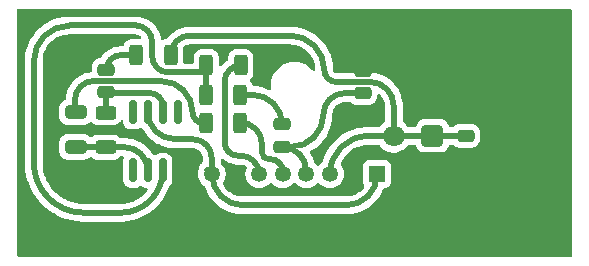
<source format=gbr>
%TF.GenerationSoftware,KiCad,Pcbnew,9.0.4*%
%TF.CreationDate,2025-11-18T22:26:02-03:00*%
%TF.ProjectId,MXRpedal,4d585270-6564-4616-9c2e-6b696361645f,rev?*%
%TF.SameCoordinates,Original*%
%TF.FileFunction,Copper,L1,Top*%
%TF.FilePolarity,Positive*%
%FSLAX46Y46*%
G04 Gerber Fmt 4.6, Leading zero omitted, Abs format (unit mm)*
G04 Created by KiCad (PCBNEW 9.0.4) date 2025-11-18 22:26:02*
%MOMM*%
%LPD*%
G01*
G04 APERTURE LIST*
G04 Aperture macros list*
%AMRoundRect*
0 Rectangle with rounded corners*
0 $1 Rounding radius*
0 $2 $3 $4 $5 $6 $7 $8 $9 X,Y pos of 4 corners*
0 Add a 4 corners polygon primitive as box body*
4,1,4,$2,$3,$4,$5,$6,$7,$8,$9,$2,$3,0*
0 Add four circle primitives for the rounded corners*
1,1,$1+$1,$2,$3*
1,1,$1+$1,$4,$5*
1,1,$1+$1,$6,$7*
1,1,$1+$1,$8,$9*
0 Add four rect primitives between the rounded corners*
20,1,$1+$1,$2,$3,$4,$5,0*
20,1,$1+$1,$4,$5,$6,$7,0*
20,1,$1+$1,$6,$7,$8,$9,0*
20,1,$1+$1,$8,$9,$2,$3,0*%
G04 Aperture macros list end*
%TA.AperFunction,ComponentPad*%
%ADD10R,1.000000X1.000000*%
%TD*%
%TA.AperFunction,ComponentPad*%
%ADD11RoundRect,0.250000X0.650000X-0.650000X0.650000X0.650000X-0.650000X0.650000X-0.650000X-0.650000X0*%
%TD*%
%TA.AperFunction,ComponentPad*%
%ADD12C,1.800000*%
%TD*%
%TA.AperFunction,SMDPad,CuDef*%
%ADD13RoundRect,0.250000X0.625000X-0.312500X0.625000X0.312500X-0.625000X0.312500X-0.625000X-0.312500X0*%
%TD*%
%TA.AperFunction,ComponentPad*%
%ADD14R,1.350000X1.350000*%
%TD*%
%TA.AperFunction,ComponentPad*%
%ADD15C,1.350000*%
%TD*%
%TA.AperFunction,SMDPad,CuDef*%
%ADD16RoundRect,0.250000X0.312500X0.625000X-0.312500X0.625000X-0.312500X-0.625000X0.312500X-0.625000X0*%
%TD*%
%TA.AperFunction,SMDPad,CuDef*%
%ADD17RoundRect,0.250000X0.475000X-0.250000X0.475000X0.250000X-0.475000X0.250000X-0.475000X-0.250000X0*%
%TD*%
%TA.AperFunction,SMDPad,CuDef*%
%ADD18RoundRect,0.250000X-0.650000X0.325000X-0.650000X-0.325000X0.650000X-0.325000X0.650000X0.325000X0*%
%TD*%
%TA.AperFunction,SMDPad,CuDef*%
%ADD19RoundRect,0.150000X0.150000X-0.825000X0.150000X0.825000X-0.150000X0.825000X-0.150000X-0.825000X0*%
%TD*%
%TA.AperFunction,SMDPad,CuDef*%
%ADD20RoundRect,0.250000X-0.475000X0.250000X-0.475000X-0.250000X0.475000X-0.250000X0.475000X0.250000X0*%
%TD*%
%TA.AperFunction,ComponentPad*%
%ADD21RoundRect,0.250000X-0.650000X0.650000X-0.650000X-0.650000X0.650000X-0.650000X0.650000X0.650000X0*%
%TD*%
%TA.AperFunction,SMDPad,CuDef*%
%ADD22RoundRect,0.250000X-0.312500X-0.625000X0.312500X-0.625000X0.312500X0.625000X-0.312500X0.625000X0*%
%TD*%
%TA.AperFunction,Conductor*%
%ADD23C,0.500000*%
%TD*%
G04 APERTURE END LIST*
D10*
%TO.P,,1*%
%TO.N,GND*%
X105425000Y-79425000D03*
%TD*%
D11*
%TO.P,D1,1,K*%
%TO.N,DistOut*%
X119175000Y-86260000D03*
D12*
%TO.P,D1,2,A*%
%TO.N,GND*%
X119175000Y-78640000D03*
%TD*%
D13*
%TO.P,R3,1*%
%TO.N,Net-(U1--)*%
X91500000Y-87225000D03*
%TO.P,R3,2*%
%TO.N,Net-(C4-Pad1)*%
X91500000Y-84300000D03*
%TD*%
D14*
%TO.P,J2,1,Pin_1*%
%TO.N,9V*%
X114500000Y-89500000D03*
D15*
%TO.P,J2,2,Pin_2*%
%TO.N,GND*%
X112500000Y-89500000D03*
%TO.P,J2,3,Pin_3*%
%TO.N,DistOut*%
X110500000Y-89500000D03*
%TO.P,J2,4,Pin_4*%
%TO.N,DistIn*%
X108500000Y-89500000D03*
%TO.P,J2,5,Pin_5*%
%TO.N,potDist*%
X106500000Y-89500000D03*
%TO.P,J2,6,Pin_6*%
%TO.N,4.5V*%
X104500000Y-89500000D03*
%TO.P,J2,7,Pin_7*%
%TO.N,GND*%
X102500000Y-89500000D03*
%TO.P,J2,8,Pin_8*%
%TO.N,9V*%
X100500000Y-89500000D03*
%TD*%
D16*
%TO.P,R1,1*%
%TO.N,Net-(C2-Pad2)*%
X102912500Y-82800000D03*
%TO.P,R1,2*%
%TO.N,Net-(U1-+)*%
X99987500Y-82800000D03*
%TD*%
D17*
%TO.P,C2,1*%
%TO.N,DistIn*%
X106450000Y-87200000D03*
%TO.P,C2,2*%
%TO.N,Net-(C2-Pad2)*%
X106450000Y-85300000D03*
%TD*%
D10*
%TO.P,,1*%
%TO.N,GND*%
X90375000Y-89100000D03*
%TD*%
D17*
%TO.P,C4,1*%
%TO.N,Net-(C4-Pad1)*%
X91575000Y-82575000D03*
%TO.P,C4,2*%
%TO.N,Net-(C4-Pad2)*%
X91575000Y-80675000D03*
%TD*%
D18*
%TO.P,C3,1*%
%TO.N,Net-(C3-Pad1)*%
X88975000Y-84250000D03*
%TO.P,C3,2*%
%TO.N,Net-(U1--)*%
X88975000Y-87200000D03*
%TD*%
D17*
%TO.P,C1,1*%
%TO.N,DistIn*%
X113275000Y-82650000D03*
%TO.P,C1,2*%
%TO.N,GND*%
X113275000Y-80750000D03*
%TD*%
D10*
%TO.P,,1*%
%TO.N,GND*%
X117725000Y-88875000D03*
%TD*%
D16*
%TO.P,R4,1*%
%TO.N,potDist*%
X102912500Y-85150000D03*
%TO.P,R4,2*%
%TO.N,Net-(C3-Pad1)*%
X99987500Y-85150000D03*
%TD*%
D10*
%TO.P,,1*%
%TO.N,GND*%
X110975000Y-78250000D03*
%TD*%
D19*
%TO.P,U1,1,NULL*%
%TO.N,unconnected-(U1-NULL-Pad1)*%
X93805000Y-89200000D03*
%TO.P,U1,2,-*%
%TO.N,Net-(U1--)*%
X95075000Y-89200000D03*
%TO.P,U1,3,+*%
%TO.N,Net-(U1-+)*%
X96345000Y-89200000D03*
%TO.P,U1,4,V-*%
%TO.N,GND*%
X97615000Y-89200000D03*
%TO.P,U1,5,NULL*%
%TO.N,unconnected-(U1-NULL-Pad5)*%
X97615000Y-84250000D03*
%TO.P,U1,6*%
%TO.N,Net-(C4-Pad1)*%
X96345000Y-84250000D03*
%TO.P,U1,7,V+*%
%TO.N,9V*%
X95075000Y-84250000D03*
%TO.P,U1,8,NC*%
%TO.N,unconnected-(U1-NC-Pad8)*%
X93805000Y-84250000D03*
%TD*%
D10*
%TO.P,,1*%
%TO.N,GND*%
X89250000Y-94675000D03*
%TD*%
%TO.P,,1*%
%TO.N,GND*%
X113100000Y-84925000D03*
%TD*%
D20*
%TO.P,C5,1*%
%TO.N,GND*%
X121975000Y-84360000D03*
%TO.P,C5,2*%
%TO.N,DistOut*%
X121975000Y-86260000D03*
%TD*%
D21*
%TO.P,D2,1,K*%
%TO.N,GND*%
X115900000Y-78665000D03*
D12*
%TO.P,D2,2,A*%
%TO.N,DistOut*%
X115900000Y-86285000D03*
%TD*%
D16*
%TO.P,R2,1*%
%TO.N,4.5V*%
X102950000Y-80300000D03*
%TO.P,R2,2*%
%TO.N,Net-(U1-+)*%
X100025000Y-80300000D03*
%TD*%
D22*
%TO.P,R5,1*%
%TO.N,Net-(C4-Pad2)*%
X94087500Y-79425000D03*
%TO.P,R5,2*%
%TO.N,DistOut*%
X97012500Y-79425000D03*
%TD*%
D23*
%TO.N,DistIn*%
X106450000Y-87200000D02*
X107200000Y-87200000D01*
X108450000Y-89450000D02*
X108500000Y-89500000D01*
X108600000Y-89400000D02*
X108500000Y-89500000D01*
X108500000Y-89500000D02*
X108550000Y-89450000D01*
X108500000Y-89500000D02*
X108500000Y-89250000D01*
X111750000Y-82650000D02*
X113275000Y-82650000D01*
X108500000Y-89250000D02*
G75*
G03*
X106450000Y-87200000I-2050000J0D01*
G01*
X109950000Y-84450000D02*
G75*
G02*
X111750000Y-82650000I1800000J0D01*
G01*
X107200000Y-87200000D02*
G75*
G03*
X109950000Y-84450000I0J2750000D01*
G01*
%TO.N,Net-(C2-Pad2)*%
X103950000Y-82800000D02*
X102912500Y-82800000D01*
X106450000Y-85300000D02*
G75*
G03*
X103950000Y-82800000I-2500000J0D01*
G01*
%TO.N,Net-(U1--)*%
X91475000Y-87200000D02*
X91500000Y-87225000D01*
X88975000Y-87200000D02*
X91475000Y-87200000D01*
X91500000Y-87225000D02*
X93100000Y-87225000D01*
X93100000Y-87225000D02*
G75*
G02*
X95075000Y-89200000I0J-1975000D01*
G01*
%TO.N,Net-(C3-Pad1)*%
X99725000Y-85150000D02*
X99987500Y-85150000D01*
X88900000Y-84175000D02*
X88900000Y-83225000D01*
X90500000Y-81625000D02*
X96200000Y-81625000D01*
X88900000Y-83225000D02*
G75*
G02*
X90500000Y-81625000I1600000J0D01*
G01*
X98875000Y-84300000D02*
G75*
G03*
X99725000Y-85150000I850000J0D01*
G01*
X96200000Y-81625000D02*
G75*
G02*
X98875000Y-84300000I0J-2675000D01*
G01*
X88975000Y-84250000D02*
G75*
G02*
X88900000Y-84175000I0J75000D01*
G01*
%TO.N,Net-(C4-Pad1)*%
X95275000Y-82650000D02*
X91650000Y-82650000D01*
X91500000Y-82650000D02*
X91500000Y-84300000D01*
X96345000Y-84250000D02*
X96345000Y-83720000D01*
X96345000Y-83720000D02*
G75*
G03*
X95275000Y-82650000I-1070000J0D01*
G01*
X91650000Y-82650000D02*
G75*
G02*
X91575000Y-82575000I0J75000D01*
G01*
X91575000Y-82575000D02*
G75*
G03*
X91500000Y-82650000I0J-75000D01*
G01*
%TO.N,Net-(C4-Pad2)*%
X92825000Y-79425000D02*
X94087500Y-79425000D01*
X91575000Y-80675000D02*
G75*
G02*
X92825000Y-79425000I1250000J0D01*
G01*
%TO.N,DistOut*%
X113715000Y-86285000D02*
X115900000Y-86285000D01*
X121975000Y-86260000D02*
X119175000Y-86260000D01*
X119150000Y-86285000D02*
X119175000Y-86260000D01*
X115900000Y-86285000D02*
X119150000Y-86285000D01*
X115900000Y-83725000D02*
X115900000Y-86285000D01*
X111024988Y-81700000D02*
X113875000Y-81700000D01*
X98662500Y-77775000D02*
X107100022Y-77775000D01*
X113875000Y-81700000D02*
G75*
G02*
X115900000Y-83725000I0J-2025000D01*
G01*
X110025000Y-80700000D02*
G75*
G03*
X111024988Y-81700000I1000000J0D01*
G01*
X97012500Y-79425000D02*
G75*
G02*
X98662500Y-77775000I1650000J0D01*
G01*
X107100022Y-77775000D02*
G75*
G02*
X110025000Y-80700000I-22J-2925000D01*
G01*
X110500000Y-89500000D02*
G75*
G02*
X113715000Y-86285000I3215000J0D01*
G01*
%TO.N,9V*%
X111850000Y-92150000D02*
X103150000Y-92150000D01*
X97375000Y-86550000D02*
X98875000Y-86550000D01*
X100125098Y-89124902D02*
X100125000Y-89125000D01*
X100500000Y-89500000D02*
X100500000Y-88175000D01*
X100500000Y-88175000D02*
G75*
G03*
X98875000Y-86550000I-1625000J0D01*
G01*
X114500000Y-89500000D02*
G75*
G02*
X111850000Y-92150000I-2650000J0D01*
G01*
X95075000Y-84250000D02*
G75*
G03*
X97375000Y-86550000I2300000J0D01*
G01*
X103150000Y-92150000D02*
G75*
G02*
X100500000Y-89500000I0J2650000D01*
G01*
%TO.N,4.5V*%
X101575000Y-86800000D02*
X101575000Y-81675000D01*
X102950006Y-87950000D02*
X102725000Y-87950000D01*
X104500000Y-89500000D02*
G75*
G03*
X102950006Y-87950000I-1550000J0D01*
G01*
X102725000Y-87950000D02*
G75*
G02*
X101575000Y-86800000I0J1150000D01*
G01*
X101575000Y-81675000D02*
G75*
G02*
X102950000Y-80300000I1375000J0D01*
G01*
%TO.N,potDist*%
X105475000Y-88250000D02*
X105300000Y-88250000D01*
X106525000Y-89475000D02*
X106500000Y-89500000D01*
X106500000Y-89500000D02*
X106500000Y-89275000D01*
X104750000Y-87700000D02*
X104750000Y-86987500D01*
X106500000Y-89275000D02*
G75*
G03*
X105475000Y-88250000I-1025000J0D01*
G01*
X104750000Y-86987500D02*
G75*
G03*
X102912500Y-85150000I-1837500J0D01*
G01*
X105300000Y-88250000D02*
G75*
G02*
X104750000Y-87700000I0J550000D01*
G01*
%TO.N,Net-(U1-+)*%
X99987500Y-80337500D02*
X100025000Y-80300000D01*
X92770000Y-92775000D02*
X89650000Y-92775000D01*
X99987500Y-82800000D02*
X99987500Y-80337500D01*
X85425000Y-88550000D02*
X85425000Y-79950000D01*
X96825000Y-80900000D02*
X99425000Y-80900000D01*
X88450000Y-76925000D02*
X94050000Y-76925000D01*
X95450000Y-78325000D02*
X95450000Y-79525000D01*
X99425000Y-80900000D02*
G75*
G03*
X100025000Y-80300000I0J600000D01*
G01*
X96345000Y-89200000D02*
G75*
G02*
X92770000Y-92775000I-3575000J0D01*
G01*
X89650000Y-92775000D02*
G75*
G02*
X85425000Y-88550000I0J4225000D01*
G01*
X95450000Y-79525000D02*
G75*
G03*
X96825000Y-80900000I1375000J0D01*
G01*
X94050000Y-76925000D02*
G75*
G02*
X95450000Y-78325000I0J-1400000D01*
G01*
X85425000Y-79950000D02*
G75*
G02*
X88450000Y-76925000I3025000J0D01*
G01*
%TD*%
%TA.AperFunction,Conductor*%
%TO.N,GND*%
G36*
X114705030Y-82763001D02*
G01*
X114768786Y-82817453D01*
X114782546Y-82831213D01*
X114832017Y-82889137D01*
X114899756Y-82968449D01*
X114911192Y-82984190D01*
X115005487Y-83138066D01*
X115014321Y-83155403D01*
X115083387Y-83322141D01*
X115089400Y-83340647D01*
X115131530Y-83516133D01*
X115134574Y-83535351D01*
X115149118Y-83720146D01*
X115149500Y-83729875D01*
X115149500Y-85035975D01*
X115129815Y-85103014D01*
X115098387Y-85136291D01*
X115019530Y-85193584D01*
X114987632Y-85216760D01*
X114831754Y-85372638D01*
X114775731Y-85449750D01*
X114756028Y-85476870D01*
X114751295Y-85483384D01*
X114695965Y-85526051D01*
X114650976Y-85534500D01*
X113793881Y-85534500D01*
X113715000Y-85534500D01*
X113531664Y-85534500D01*
X113465619Y-85540619D01*
X113166564Y-85568330D01*
X113166563Y-85568330D01*
X112806119Y-85635709D01*
X112453454Y-85736052D01*
X112111539Y-85868510D01*
X111783309Y-86031950D01*
X111471550Y-86224982D01*
X111178962Y-86445933D01*
X111178944Y-86445949D01*
X110907973Y-86692973D01*
X110660949Y-86963944D01*
X110660933Y-86963962D01*
X110439982Y-87256550D01*
X110246950Y-87568309D01*
X110083510Y-87896539D01*
X110022007Y-88055299D01*
X109953577Y-88231939D01*
X109951053Y-88238453D01*
X109951049Y-88238462D01*
X109888393Y-88458673D01*
X109851113Y-88517766D01*
X109842014Y-88525055D01*
X109734213Y-88603378D01*
X109603381Y-88734210D01*
X109600314Y-88738432D01*
X109544981Y-88781094D01*
X109475367Y-88787069D01*
X109413574Y-88754459D01*
X109399686Y-88738432D01*
X109396621Y-88734213D01*
X109265787Y-88603379D01*
X109194519Y-88551600D01*
X109151855Y-88496271D01*
X109146513Y-88478865D01*
X109146487Y-88478753D01*
X109145289Y-88473500D01*
X109041402Y-88176606D01*
X108904926Y-87893211D01*
X108794442Y-87717377D01*
X108775443Y-87650144D01*
X108795811Y-87583308D01*
X108840978Y-87542053D01*
X109001787Y-87456100D01*
X109287760Y-87265019D01*
X109553627Y-87046828D01*
X109796828Y-86803627D01*
X110015019Y-86537760D01*
X110206100Y-86251787D01*
X110368231Y-85948462D01*
X110499850Y-85630705D01*
X110599690Y-85301578D01*
X110666789Y-84964250D01*
X110700500Y-84621969D01*
X110700500Y-84455411D01*
X110700972Y-84444604D01*
X110712051Y-84317964D01*
X110715498Y-84278563D01*
X110719251Y-84257279D01*
X110724243Y-84238649D01*
X110760987Y-84101519D01*
X110768377Y-84081219D01*
X110836524Y-83935075D01*
X110847322Y-83916372D01*
X110939818Y-83784272D01*
X110953701Y-83767728D01*
X111067728Y-83653701D01*
X111084272Y-83639818D01*
X111216372Y-83547322D01*
X111235075Y-83536524D01*
X111381219Y-83468377D01*
X111401519Y-83460987D01*
X111557282Y-83419250D01*
X111578563Y-83415498D01*
X111744605Y-83400972D01*
X111755412Y-83400500D01*
X111828881Y-83400500D01*
X112187770Y-83400500D01*
X112254809Y-83420185D01*
X112275451Y-83436819D01*
X112331344Y-83492712D01*
X112480666Y-83584814D01*
X112647203Y-83639999D01*
X112749991Y-83650500D01*
X113800008Y-83650499D01*
X113800016Y-83650498D01*
X113800019Y-83650498D01*
X113866175Y-83643740D01*
X113902797Y-83639999D01*
X114069334Y-83584814D01*
X114218656Y-83492712D01*
X114342712Y-83368656D01*
X114434814Y-83219334D01*
X114489999Y-83052797D01*
X114500500Y-82950009D01*
X114500499Y-82857290D01*
X114520183Y-82790254D01*
X114572986Y-82744498D01*
X114642145Y-82734554D01*
X114705030Y-82763001D01*
G37*
%TD.AperFunction*%
%TA.AperFunction,Conductor*%
G36*
X107103751Y-78525725D02*
G01*
X107354638Y-78540903D01*
X107369498Y-78542707D01*
X107613032Y-78587338D01*
X107627565Y-78590921D01*
X107863946Y-78664582D01*
X107877933Y-78669887D01*
X108055917Y-78749992D01*
X108103708Y-78771501D01*
X108116965Y-78778458D01*
X108317727Y-78899825D01*
X108328847Y-78906547D01*
X108341169Y-78915053D01*
X108459904Y-79008076D01*
X108536065Y-79067745D01*
X108547272Y-79077674D01*
X108722335Y-79252738D01*
X108732265Y-79263946D01*
X108884958Y-79458846D01*
X108893460Y-79471164D01*
X109021549Y-79683051D01*
X109028502Y-79696298D01*
X109130118Y-79922081D01*
X109135427Y-79936082D01*
X109209080Y-80172444D01*
X109212664Y-80186982D01*
X109257293Y-80430515D01*
X109259098Y-80445380D01*
X109271473Y-80649965D01*
X109255872Y-80718071D01*
X109205927Y-80766930D01*
X109137495Y-80781031D01*
X109072303Y-80755897D01*
X109049327Y-80732943D01*
X109007282Y-80678149D01*
X109007276Y-80678143D01*
X109007273Y-80678139D01*
X108821860Y-80492726D01*
X108821851Y-80492718D01*
X108613803Y-80333075D01*
X108386700Y-80201958D01*
X108386690Y-80201953D01*
X108144428Y-80101605D01*
X108144421Y-80101603D01*
X108144419Y-80101602D01*
X107891116Y-80033730D01*
X107828605Y-80025500D01*
X107631127Y-79999500D01*
X107631120Y-79999500D01*
X107368880Y-79999500D01*
X107368872Y-79999500D01*
X107137772Y-80029926D01*
X107108884Y-80033730D01*
X106889405Y-80092539D01*
X106855581Y-80101602D01*
X106855571Y-80101605D01*
X106613309Y-80201953D01*
X106613299Y-80201958D01*
X106386196Y-80333075D01*
X106178148Y-80492718D01*
X105992718Y-80678148D01*
X105833075Y-80886196D01*
X105701958Y-81113299D01*
X105701953Y-81113309D01*
X105601605Y-81355571D01*
X105601602Y-81355581D01*
X105537422Y-81595108D01*
X105533730Y-81608885D01*
X105499500Y-81868872D01*
X105499500Y-82131113D01*
X105499501Y-82131130D01*
X105512644Y-82230963D01*
X105501878Y-82299998D01*
X105455498Y-82352254D01*
X105388229Y-82371139D01*
X105339270Y-82360428D01*
X105320911Y-82352254D01*
X105116474Y-82261232D01*
X105116469Y-82261230D01*
X105116466Y-82261229D01*
X104931096Y-82200999D01*
X104792446Y-82155949D01*
X104792443Y-82155948D01*
X104792442Y-82155948D01*
X104792441Y-82155947D01*
X104505109Y-82094873D01*
X104459188Y-82085113D01*
X104120351Y-82049500D01*
X104120346Y-82049500D01*
X104063585Y-82049500D01*
X103996546Y-82029815D01*
X103950791Y-81977011D01*
X103945879Y-81964504D01*
X103931404Y-81920821D01*
X103909814Y-81855666D01*
X103817712Y-81706344D01*
X103767799Y-81656431D01*
X103734314Y-81595108D01*
X103739298Y-81525416D01*
X103767799Y-81481069D01*
X103791025Y-81457843D01*
X103855212Y-81393656D01*
X103947314Y-81244334D01*
X104002499Y-81077797D01*
X104013000Y-80975009D01*
X104012999Y-79624992D01*
X104002499Y-79522203D01*
X103947314Y-79355666D01*
X103855212Y-79206344D01*
X103731156Y-79082288D01*
X103638388Y-79025069D01*
X103581836Y-78990187D01*
X103581831Y-78990185D01*
X103580362Y-78989698D01*
X103415297Y-78935001D01*
X103415295Y-78935000D01*
X103312510Y-78924500D01*
X102587498Y-78924500D01*
X102587480Y-78924501D01*
X102484703Y-78935000D01*
X102484700Y-78935001D01*
X102318168Y-78990185D01*
X102318163Y-78990187D01*
X102168842Y-79082289D01*
X102044789Y-79206342D01*
X101952687Y-79355663D01*
X101952685Y-79355668D01*
X101938489Y-79398510D01*
X101897501Y-79522203D01*
X101897501Y-79522204D01*
X101897500Y-79522204D01*
X101887000Y-79624983D01*
X101887000Y-79762815D01*
X101867315Y-79829854D01*
X101825001Y-79870201D01*
X101766614Y-79903911D01*
X101766593Y-79903925D01*
X101545554Y-80073533D01*
X101545547Y-80073539D01*
X101348539Y-80270547D01*
X101310375Y-80320284D01*
X101253947Y-80361486D01*
X101184201Y-80365641D01*
X101123280Y-80331428D01*
X101090528Y-80269711D01*
X101087999Y-80244797D01*
X101087999Y-79624998D01*
X101087998Y-79624981D01*
X101077499Y-79522203D01*
X101077498Y-79522200D01*
X101058460Y-79464748D01*
X101022314Y-79355666D01*
X100930212Y-79206344D01*
X100806156Y-79082288D01*
X100713388Y-79025069D01*
X100656836Y-78990187D01*
X100656831Y-78990185D01*
X100655362Y-78989698D01*
X100490297Y-78935001D01*
X100490295Y-78935000D01*
X100387510Y-78924500D01*
X99662498Y-78924500D01*
X99662480Y-78924501D01*
X99559703Y-78935000D01*
X99559700Y-78935001D01*
X99393168Y-78990185D01*
X99393163Y-78990187D01*
X99243842Y-79082289D01*
X99119789Y-79206342D01*
X99027687Y-79355663D01*
X99027685Y-79355668D01*
X99013489Y-79398510D01*
X98972501Y-79522203D01*
X98972501Y-79522204D01*
X98972500Y-79522204D01*
X98962000Y-79624983D01*
X98962000Y-80025500D01*
X98942315Y-80092539D01*
X98889511Y-80138294D01*
X98838000Y-80149500D01*
X98199500Y-80149500D01*
X98132461Y-80129815D01*
X98086706Y-80077011D01*
X98075500Y-80025500D01*
X98075499Y-78807357D01*
X98075984Y-78805704D01*
X98075543Y-78804037D01*
X98085794Y-78772294D01*
X98095184Y-78740318D01*
X98096655Y-78738664D01*
X98097016Y-78737549D01*
X98120834Y-78711504D01*
X98124214Y-78708730D01*
X98153327Y-78684838D01*
X98173527Y-78671340D01*
X98307514Y-78599722D01*
X98329951Y-78590428D01*
X98475338Y-78546326D01*
X98499162Y-78541587D01*
X98656439Y-78526097D01*
X98668593Y-78525500D01*
X98741381Y-78525500D01*
X107096264Y-78525500D01*
X107103751Y-78525725D01*
G37*
%TD.AperFunction*%
%TA.AperFunction,Conductor*%
G36*
X130942539Y-75520185D02*
G01*
X130988294Y-75572989D01*
X130999500Y-75624500D01*
X130999500Y-96375500D01*
X130979815Y-96442539D01*
X130927011Y-96488294D01*
X130875500Y-96499500D01*
X84124500Y-96499500D01*
X84057461Y-96479815D01*
X84011706Y-96427011D01*
X84000500Y-96375500D01*
X84000500Y-79764525D01*
X84674500Y-79764525D01*
X84674500Y-88755798D01*
X84708486Y-89165948D01*
X84708487Y-89165954D01*
X84774964Y-89564334D01*
X84776231Y-89571922D01*
X84877267Y-89970904D01*
X84877269Y-89970911D01*
X84877271Y-89970917D01*
X84985233Y-90285398D01*
X85010906Y-90360180D01*
X85176234Y-90737091D01*
X85176238Y-90737099D01*
X85176242Y-90737107D01*
X85372120Y-91099058D01*
X85432862Y-91192030D01*
X85576783Y-91412318D01*
X85597239Y-91443627D01*
X85597240Y-91443628D01*
X85850029Y-91768411D01*
X86128781Y-92071218D01*
X86407534Y-92327826D01*
X86431589Y-92349971D01*
X86756380Y-92602766D01*
X87015926Y-92772336D01*
X87100941Y-92827879D01*
X87387382Y-92982893D01*
X87462909Y-93023766D01*
X87839820Y-93189094D01*
X88229096Y-93322733D01*
X88628078Y-93423769D01*
X89034041Y-93491512D01*
X89034048Y-93491512D01*
X89034051Y-93491513D01*
X89304515Y-93513924D01*
X89444212Y-93525500D01*
X89444216Y-93525500D01*
X92969977Y-93525500D01*
X92969980Y-93525500D01*
X93219317Y-93502395D01*
X93368225Y-93488597D01*
X93368225Y-93488596D01*
X93368234Y-93488596D01*
X93761383Y-93415104D01*
X94146075Y-93305649D01*
X94519026Y-93161167D01*
X94877056Y-92982890D01*
X95217108Y-92772338D01*
X95536283Y-92531308D01*
X95831857Y-92261857D01*
X96101308Y-91966283D01*
X96342338Y-91647108D01*
X96552890Y-91307056D01*
X96731167Y-90949026D01*
X96873649Y-90581235D01*
X96901591Y-90538354D01*
X97013081Y-90426865D01*
X97096744Y-90285398D01*
X97142598Y-90127569D01*
X97145500Y-90090694D01*
X97145500Y-88309306D01*
X97142598Y-88272431D01*
X97140438Y-88264998D01*
X97101279Y-88130212D01*
X97096744Y-88114602D01*
X97013081Y-87973135D01*
X97013079Y-87973133D01*
X97013076Y-87973129D01*
X96896870Y-87856923D01*
X96896862Y-87856917D01*
X96755396Y-87773255D01*
X96755393Y-87773254D01*
X96597573Y-87727402D01*
X96597567Y-87727401D01*
X96560701Y-87724500D01*
X96560694Y-87724500D01*
X96129306Y-87724500D01*
X96129298Y-87724500D01*
X96092432Y-87727401D01*
X96092426Y-87727402D01*
X95934606Y-87773254D01*
X95934603Y-87773255D01*
X95793137Y-87856917D01*
X95786969Y-87861702D01*
X95785072Y-87859256D01*
X95736358Y-87885857D01*
X95666666Y-87880873D01*
X95634296Y-87860069D01*
X95633031Y-87861702D01*
X95626862Y-87856917D01*
X95485398Y-87773256D01*
X95485391Y-87773254D01*
X95453621Y-87764023D01*
X95394738Y-87726418D01*
X95383224Y-87710920D01*
X95369547Y-87689154D01*
X95326313Y-87620347D01*
X95326311Y-87620344D01*
X95326310Y-87620342D01*
X95135456Y-87381017D01*
X94918982Y-87164543D01*
X94679657Y-86973689D01*
X94679655Y-86973688D01*
X94420450Y-86810818D01*
X94144648Y-86677999D01*
X93855705Y-86576894D01*
X93855703Y-86576893D01*
X93591194Y-86516521D01*
X93557257Y-86508775D01*
X93557253Y-86508774D01*
X93557244Y-86508773D01*
X93253065Y-86474500D01*
X93253061Y-86474500D01*
X93173918Y-86474500D01*
X92799730Y-86474500D01*
X92732691Y-86454815D01*
X92712049Y-86438181D01*
X92593657Y-86319789D01*
X92593656Y-86319788D01*
X92480511Y-86250000D01*
X92444336Y-86227687D01*
X92444331Y-86227685D01*
X92436162Y-86224978D01*
X92277797Y-86172501D01*
X92277795Y-86172500D01*
X92175010Y-86162000D01*
X90824998Y-86162000D01*
X90824981Y-86162001D01*
X90722203Y-86172500D01*
X90722200Y-86172501D01*
X90555668Y-86227685D01*
X90555663Y-86227687D01*
X90406342Y-86319789D01*
X90356431Y-86369701D01*
X90295108Y-86403186D01*
X90225416Y-86398202D01*
X90181069Y-86369701D01*
X90093657Y-86282289D01*
X90093656Y-86282288D01*
X89944334Y-86190186D01*
X89777797Y-86135001D01*
X89777795Y-86135000D01*
X89675010Y-86124500D01*
X88274998Y-86124500D01*
X88274981Y-86124501D01*
X88172203Y-86135000D01*
X88172200Y-86135001D01*
X88005668Y-86190185D01*
X88005663Y-86190187D01*
X87856342Y-86282289D01*
X87732289Y-86406342D01*
X87640187Y-86555663D01*
X87640185Y-86555668D01*
X87616813Y-86626201D01*
X87585001Y-86722203D01*
X87585001Y-86722204D01*
X87585000Y-86722204D01*
X87574500Y-86824983D01*
X87574500Y-87575001D01*
X87574501Y-87575019D01*
X87585000Y-87677796D01*
X87585001Y-87677799D01*
X87640185Y-87844331D01*
X87640187Y-87844336D01*
X87657025Y-87871635D01*
X87732288Y-87993656D01*
X87856344Y-88117712D01*
X88005666Y-88209814D01*
X88172203Y-88264999D01*
X88274991Y-88275500D01*
X89675008Y-88275499D01*
X89777797Y-88264999D01*
X89944334Y-88209814D01*
X90093656Y-88117712D01*
X90156069Y-88055299D01*
X90217392Y-88021814D01*
X90287084Y-88026798D01*
X90331431Y-88055299D01*
X90406344Y-88130212D01*
X90555666Y-88222314D01*
X90722203Y-88277499D01*
X90824991Y-88288000D01*
X92175008Y-88287999D01*
X92277797Y-88277499D01*
X92444334Y-88222314D01*
X92593656Y-88130212D01*
X92712049Y-88011819D01*
X92738976Y-87997115D01*
X92764795Y-87980523D01*
X92770995Y-87979631D01*
X92773372Y-87978334D01*
X92799730Y-87975500D01*
X92928516Y-87975500D01*
X92995555Y-87995185D01*
X93041310Y-88047989D01*
X93051254Y-88117147D01*
X93047592Y-88134095D01*
X93007402Y-88272426D01*
X93007401Y-88272432D01*
X93004500Y-88309298D01*
X93004500Y-90090701D01*
X93007401Y-90127567D01*
X93007402Y-90127573D01*
X93053254Y-90285393D01*
X93053255Y-90285396D01*
X93136917Y-90426862D01*
X93136923Y-90426870D01*
X93253129Y-90543076D01*
X93253133Y-90543079D01*
X93253135Y-90543081D01*
X93394602Y-90626744D01*
X93436224Y-90638836D01*
X93552426Y-90672597D01*
X93552429Y-90672597D01*
X93552431Y-90672598D01*
X93589306Y-90675500D01*
X93589314Y-90675500D01*
X94020686Y-90675500D01*
X94020694Y-90675500D01*
X94057569Y-90672598D01*
X94057571Y-90672597D01*
X94057573Y-90672597D01*
X94136793Y-90649581D01*
X94215398Y-90626744D01*
X94356865Y-90543081D01*
X94356870Y-90543075D01*
X94363031Y-90538298D01*
X94364933Y-90540750D01*
X94413579Y-90514155D01*
X94483274Y-90519104D01*
X94515695Y-90539940D01*
X94516969Y-90538298D01*
X94523132Y-90543078D01*
X94523135Y-90543081D01*
X94664602Y-90626744D01*
X94706224Y-90638836D01*
X94822426Y-90672597D01*
X94822429Y-90672597D01*
X94822431Y-90672598D01*
X94859306Y-90675500D01*
X94940865Y-90675500D01*
X94952281Y-90678852D01*
X94964126Y-90677701D01*
X94985191Y-90688515D01*
X95007904Y-90695185D01*
X95015694Y-90704176D01*
X95026283Y-90709612D01*
X95038157Y-90730099D01*
X95053659Y-90747989D01*
X95055352Y-90759765D01*
X95061320Y-90770062D01*
X95060233Y-90793713D01*
X95063603Y-90817147D01*
X95058579Y-90829726D01*
X95058114Y-90839858D01*
X95041995Y-90871252D01*
X94986810Y-90949030D01*
X94982317Y-90955362D01*
X94973648Y-90966233D01*
X94771863Y-91192030D01*
X94762030Y-91201863D01*
X94536233Y-91403648D01*
X94525367Y-91412313D01*
X94278409Y-91587540D01*
X94266635Y-91594938D01*
X94001595Y-91741420D01*
X93989066Y-91747453D01*
X93709311Y-91863330D01*
X93696187Y-91867923D01*
X93405199Y-91951756D01*
X93391642Y-91954850D01*
X93093110Y-92005573D01*
X93079292Y-92007130D01*
X92773472Y-92024305D01*
X92766519Y-92024500D01*
X89653052Y-92024500D01*
X89646967Y-92024351D01*
X89315520Y-92008067D01*
X89303410Y-92006874D01*
X88978182Y-91958631D01*
X88966247Y-91956257D01*
X88647309Y-91876367D01*
X88635665Y-91872835D01*
X88616557Y-91865998D01*
X88326096Y-91762069D01*
X88314867Y-91757418D01*
X88072830Y-91642943D01*
X88017629Y-91616835D01*
X88006906Y-91611102D01*
X87727489Y-91443627D01*
X87724900Y-91442075D01*
X87714782Y-91435315D01*
X87450689Y-91239450D01*
X87441283Y-91231730D01*
X87340624Y-91140499D01*
X87197662Y-91010926D01*
X87189073Y-91002337D01*
X86968269Y-90758716D01*
X86960549Y-90749310D01*
X86907440Y-90677701D01*
X86764682Y-90485214D01*
X86757924Y-90475099D01*
X86588892Y-90193086D01*
X86583168Y-90182378D01*
X86442578Y-89885125D01*
X86437934Y-89873913D01*
X86327159Y-89564319D01*
X86323632Y-89552690D01*
X86243739Y-89233739D01*
X86241368Y-89221817D01*
X86234959Y-89178613D01*
X86193124Y-88896585D01*
X86191932Y-88884478D01*
X86175649Y-88553031D01*
X86175500Y-88546947D01*
X86175500Y-79953750D01*
X86175726Y-79946263D01*
X86186719Y-79764525D01*
X86191631Y-79683322D01*
X86193436Y-79668460D01*
X86201404Y-79624983D01*
X86240242Y-79413044D01*
X86243826Y-79398510D01*
X86321075Y-79150608D01*
X86326377Y-79136627D01*
X86432955Y-78899818D01*
X86439906Y-78886574D01*
X86574251Y-78664341D01*
X86582738Y-78652045D01*
X86742895Y-78447620D01*
X86752810Y-78436429D01*
X86936429Y-78252810D01*
X86947620Y-78242895D01*
X87152045Y-78082738D01*
X87164341Y-78074251D01*
X87386574Y-77939906D01*
X87399818Y-77932955D01*
X87636627Y-77826377D01*
X87650608Y-77821075D01*
X87898515Y-77743824D01*
X87913044Y-77740242D01*
X88168464Y-77693435D01*
X88183322Y-77691631D01*
X88446264Y-77675726D01*
X88453751Y-77675500D01*
X88528881Y-77675500D01*
X93971119Y-77675500D01*
X94043040Y-77675500D01*
X94056922Y-77676279D01*
X94180646Y-77690220D01*
X94207710Y-77696397D01*
X94318624Y-77735208D01*
X94343632Y-77747251D01*
X94443126Y-77809766D01*
X94464836Y-77827079D01*
X94475576Y-77837819D01*
X94509061Y-77899142D01*
X94504077Y-77968834D01*
X94462205Y-78024767D01*
X94396741Y-78049184D01*
X94387895Y-78049500D01*
X93724998Y-78049500D01*
X93724980Y-78049501D01*
X93622203Y-78060000D01*
X93622200Y-78060001D01*
X93455668Y-78115185D01*
X93455663Y-78115187D01*
X93306342Y-78207289D01*
X93182289Y-78331342D01*
X93090187Y-78480663D01*
X93090186Y-78480666D01*
X93054391Y-78588690D01*
X93054121Y-78589504D01*
X93014348Y-78646949D01*
X92949833Y-78673772D01*
X92936415Y-78674500D01*
X92693872Y-78674500D01*
X92462772Y-78704926D01*
X92433884Y-78708730D01*
X92199618Y-78771501D01*
X92180581Y-78776602D01*
X92180571Y-78776605D01*
X91938309Y-78876953D01*
X91938299Y-78876958D01*
X91711196Y-79008075D01*
X91503148Y-79167718D01*
X91317718Y-79353148D01*
X91158083Y-79561186D01*
X91158072Y-79561203D01*
X91127037Y-79614956D01*
X91076469Y-79663171D01*
X91032254Y-79676312D01*
X90947202Y-79685001D01*
X90947200Y-79685001D01*
X90780668Y-79740185D01*
X90780663Y-79740187D01*
X90631342Y-79832289D01*
X90507289Y-79956342D01*
X90415187Y-80105663D01*
X90415186Y-80105666D01*
X90360001Y-80272203D01*
X90360001Y-80272204D01*
X90360000Y-80272204D01*
X90349500Y-80374983D01*
X90349500Y-80765655D01*
X90329815Y-80832694D01*
X90277011Y-80878449D01*
X90240448Y-80888751D01*
X90102997Y-80905441D01*
X90075536Y-80908776D01*
X90005510Y-80926035D01*
X89799434Y-80976828D01*
X89533557Y-81077663D01*
X89281777Y-81209809D01*
X89281768Y-81209814D01*
X89047755Y-81371340D01*
X89047749Y-81371345D01*
X88834908Y-81559906D01*
X88834906Y-81559908D01*
X88646345Y-81772749D01*
X88646340Y-81772755D01*
X88484814Y-82006768D01*
X88484809Y-82006777D01*
X88352663Y-82258557D01*
X88251828Y-82524434D01*
X88228731Y-82618145D01*
X88186311Y-82790254D01*
X88183776Y-82800538D01*
X88149500Y-83082818D01*
X88149500Y-83102983D01*
X88129815Y-83170022D01*
X88077011Y-83215777D01*
X88064510Y-83220686D01*
X88005669Y-83240185D01*
X88005666Y-83240186D01*
X88005663Y-83240187D01*
X87856342Y-83332289D01*
X87732289Y-83456342D01*
X87640187Y-83605663D01*
X87640185Y-83605668D01*
X87612349Y-83689670D01*
X87585001Y-83772203D01*
X87585001Y-83772204D01*
X87585000Y-83772204D01*
X87574500Y-83874983D01*
X87574500Y-84625001D01*
X87574501Y-84625019D01*
X87585000Y-84727796D01*
X87585001Y-84727799D01*
X87640185Y-84894331D01*
X87640187Y-84894336D01*
X87659216Y-84925187D01*
X87732288Y-85043656D01*
X87856344Y-85167712D01*
X88005666Y-85259814D01*
X88172203Y-85314999D01*
X88274991Y-85325500D01*
X89675008Y-85325499D01*
X89777797Y-85314999D01*
X89944334Y-85259814D01*
X90093656Y-85167712D01*
X90143569Y-85117799D01*
X90204892Y-85084314D01*
X90274584Y-85089298D01*
X90318931Y-85117799D01*
X90406344Y-85205212D01*
X90555666Y-85297314D01*
X90722203Y-85352499D01*
X90824991Y-85363000D01*
X92175008Y-85362999D01*
X92277797Y-85352499D01*
X92444334Y-85297314D01*
X92593656Y-85205212D01*
X92717712Y-85081156D01*
X92774961Y-84988339D01*
X92826909Y-84941615D01*
X92895871Y-84930392D01*
X92959954Y-84958236D01*
X92998810Y-85016304D01*
X93004500Y-85053436D01*
X93004500Y-85140701D01*
X93007401Y-85177567D01*
X93007402Y-85177573D01*
X93053254Y-85335393D01*
X93053255Y-85335396D01*
X93053256Y-85335398D01*
X93065240Y-85355662D01*
X93136917Y-85476862D01*
X93136923Y-85476870D01*
X93253129Y-85593076D01*
X93253133Y-85593079D01*
X93253135Y-85593081D01*
X93394602Y-85676744D01*
X93433576Y-85688067D01*
X93552426Y-85722597D01*
X93552429Y-85722597D01*
X93552431Y-85722598D01*
X93589306Y-85725500D01*
X93589314Y-85725500D01*
X94020686Y-85725500D01*
X94020694Y-85725500D01*
X94057569Y-85722598D01*
X94057571Y-85722597D01*
X94057573Y-85722597D01*
X94099434Y-85710435D01*
X94215398Y-85676744D01*
X94356865Y-85593081D01*
X94356870Y-85593075D01*
X94363031Y-85588298D01*
X94364933Y-85590750D01*
X94413579Y-85564155D01*
X94483274Y-85569104D01*
X94504500Y-85579404D01*
X94517181Y-85587127D01*
X94523135Y-85593081D01*
X94655055Y-85671098D01*
X94655771Y-85671534D01*
X94662145Y-85678541D01*
X94698658Y-85715438D01*
X94813122Y-85913697D01*
X94813125Y-85913702D01*
X95001057Y-86172369D01*
X95001064Y-86172378D01*
X95088893Y-86269921D01*
X95215011Y-86409989D01*
X95324722Y-86508773D01*
X95452621Y-86623935D01*
X95452630Y-86623942D01*
X95711297Y-86811874D01*
X95711302Y-86811877D01*
X95895944Y-86918480D01*
X95988202Y-86971745D01*
X96280298Y-87101795D01*
X96584389Y-87200600D01*
X96584392Y-87200600D01*
X96584393Y-87200601D01*
X96627484Y-87209760D01*
X96897142Y-87267078D01*
X97215130Y-87300500D01*
X97301082Y-87300500D01*
X98796119Y-87300500D01*
X98868908Y-87300500D01*
X98881061Y-87301097D01*
X98892168Y-87302190D01*
X99033455Y-87316106D01*
X99057285Y-87320845D01*
X99197973Y-87363522D01*
X99220425Y-87372823D01*
X99268170Y-87398343D01*
X99350076Y-87442123D01*
X99370287Y-87455628D01*
X99483924Y-87548887D01*
X99501112Y-87566075D01*
X99594371Y-87679712D01*
X99607876Y-87699923D01*
X99677175Y-87829571D01*
X99686478Y-87852030D01*
X99729152Y-87992708D01*
X99733894Y-88016549D01*
X99748903Y-88168938D01*
X99749500Y-88181092D01*
X99749500Y-88406970D01*
X99729815Y-88474009D01*
X99694391Y-88510072D01*
X99646686Y-88541947D01*
X99646681Y-88541951D01*
X99542052Y-88646578D01*
X99542052Y-88646579D01*
X99542049Y-88646582D01*
X99542048Y-88646584D01*
X99533058Y-88660039D01*
X99459918Y-88769502D01*
X99459914Y-88769509D01*
X99403342Y-88906087D01*
X99403340Y-88906093D01*
X99374500Y-89051080D01*
X99374500Y-89140295D01*
X99368431Y-89178613D01*
X99353445Y-89224734D01*
X99324500Y-89407486D01*
X99324500Y-89592513D01*
X99353445Y-89775265D01*
X99410619Y-89951232D01*
X99410620Y-89951235D01*
X99494618Y-90116088D01*
X99494622Y-90116096D01*
X99603379Y-90265787D01*
X99734213Y-90396621D01*
X99873909Y-90498116D01*
X99916574Y-90553446D01*
X99918954Y-90560115D01*
X99971003Y-90720303D01*
X100115974Y-91045913D01*
X100115977Y-91045919D01*
X100294184Y-91354583D01*
X100294187Y-91354588D01*
X100503682Y-91642934D01*
X100503689Y-91642943D01*
X100592359Y-91741420D01*
X100742183Y-91907817D01*
X100871773Y-92024500D01*
X101007056Y-92146310D01*
X101007065Y-92146317D01*
X101295411Y-92355812D01*
X101295413Y-92355813D01*
X101604087Y-92534026D01*
X101929697Y-92678997D01*
X102268678Y-92789139D01*
X102268681Y-92789139D01*
X102268682Y-92789140D01*
X102316718Y-92799350D01*
X102617315Y-92863244D01*
X102971787Y-92900500D01*
X102971791Y-92900500D01*
X112028209Y-92900500D01*
X112028213Y-92900500D01*
X112382685Y-92863244D01*
X112731322Y-92789139D01*
X113070303Y-92678997D01*
X113395913Y-92534026D01*
X113704587Y-92355813D01*
X113992941Y-92146312D01*
X114257817Y-91907817D01*
X114496312Y-91642941D01*
X114705813Y-91354587D01*
X114884026Y-91045913D01*
X115006843Y-90770062D01*
X115016192Y-90749064D01*
X115061443Y-90695826D01*
X115128292Y-90675505D01*
X115129472Y-90675499D01*
X115222871Y-90675499D01*
X115222872Y-90675499D01*
X115282483Y-90669091D01*
X115417331Y-90618796D01*
X115532546Y-90532546D01*
X115618796Y-90417331D01*
X115669091Y-90282483D01*
X115675500Y-90222873D01*
X115675499Y-88777128D01*
X115669091Y-88717517D01*
X115668027Y-88714665D01*
X115618797Y-88582671D01*
X115618793Y-88582664D01*
X115532547Y-88467455D01*
X115532544Y-88467452D01*
X115417335Y-88381206D01*
X115417328Y-88381202D01*
X115282482Y-88330908D01*
X115282483Y-88330908D01*
X115222883Y-88324501D01*
X115222881Y-88324500D01*
X115222873Y-88324500D01*
X115222864Y-88324500D01*
X113777129Y-88324500D01*
X113777123Y-88324501D01*
X113717516Y-88330908D01*
X113582671Y-88381202D01*
X113582664Y-88381206D01*
X113467455Y-88467452D01*
X113467452Y-88467455D01*
X113381206Y-88582664D01*
X113381202Y-88582671D01*
X113330908Y-88717517D01*
X113326195Y-88761359D01*
X113324501Y-88777123D01*
X113324500Y-88777135D01*
X113324500Y-90222870D01*
X113324501Y-90222876D01*
X113330908Y-90282483D01*
X113381202Y-90417328D01*
X113381206Y-90417334D01*
X113400201Y-90442709D01*
X113408314Y-90464460D01*
X113420516Y-90484214D01*
X113420295Y-90496582D01*
X113424618Y-90508173D01*
X113419682Y-90530860D01*
X113419268Y-90554072D01*
X113410768Y-90571837D01*
X113409766Y-90576446D01*
X113404036Y-90585910D01*
X113361492Y-90649581D01*
X113351618Y-90662449D01*
X113198507Y-90837038D01*
X113187038Y-90848507D01*
X113012452Y-91001616D01*
X112999583Y-91011490D01*
X112806506Y-91140499D01*
X112792460Y-91148609D01*
X112584196Y-91251314D01*
X112569211Y-91257521D01*
X112349323Y-91332163D01*
X112333656Y-91336361D01*
X112105912Y-91381663D01*
X112089830Y-91383781D01*
X111854043Y-91399235D01*
X111845933Y-91399500D01*
X103154067Y-91399500D01*
X103145957Y-91399235D01*
X102910169Y-91383781D01*
X102894087Y-91381663D01*
X102666343Y-91336361D01*
X102650676Y-91332163D01*
X102430788Y-91257521D01*
X102415803Y-91251314D01*
X102207539Y-91148609D01*
X102193493Y-91140499D01*
X102000416Y-91011490D01*
X101987547Y-91001616D01*
X101812961Y-90848507D01*
X101801492Y-90837038D01*
X101707708Y-90730099D01*
X101648380Y-90662448D01*
X101638509Y-90649583D01*
X101509500Y-90456506D01*
X101501390Y-90442460D01*
X101440247Y-90318475D01*
X101428250Y-90249643D01*
X101451140Y-90190746D01*
X101505378Y-90116096D01*
X101589379Y-89951235D01*
X101646555Y-89775264D01*
X101675500Y-89592514D01*
X101675500Y-89407486D01*
X101646555Y-89224736D01*
X101590132Y-89051083D01*
X101589380Y-89048767D01*
X101589379Y-89048764D01*
X101516681Y-88906088D01*
X101505378Y-88883904D01*
X101396621Y-88734213D01*
X101286818Y-88624410D01*
X101272111Y-88597476D01*
X101255523Y-88571664D01*
X101254631Y-88565463D01*
X101253334Y-88563087D01*
X101250500Y-88536729D01*
X101250500Y-88312577D01*
X101270185Y-88245538D01*
X101322989Y-88199783D01*
X101392147Y-88189839D01*
X101455703Y-88218864D01*
X101462181Y-88224896D01*
X101469218Y-88231933D01*
X101469225Y-88231939D01*
X101666873Y-88383599D01*
X101882623Y-88508162D01*
X101882638Y-88508169D01*
X101964196Y-88541951D01*
X102112793Y-88603502D01*
X102353435Y-88667982D01*
X102600435Y-88700500D01*
X102651082Y-88700500D01*
X102871122Y-88700500D01*
X102943909Y-88700500D01*
X102956063Y-88701097D01*
X102975085Y-88702970D01*
X103093827Y-88714666D01*
X103117656Y-88719405D01*
X103244274Y-88757814D01*
X103266726Y-88767115D01*
X103304058Y-88787069D01*
X103383410Y-88829484D01*
X103403610Y-88842980D01*
X103405376Y-88844429D01*
X103444717Y-88902171D01*
X103446595Y-88972015D01*
X103437207Y-88996585D01*
X103410623Y-89048759D01*
X103410619Y-89048767D01*
X103353445Y-89224734D01*
X103324500Y-89407486D01*
X103324500Y-89592513D01*
X103353445Y-89775265D01*
X103410619Y-89951232D01*
X103410620Y-89951235D01*
X103494618Y-90116088D01*
X103494622Y-90116096D01*
X103603379Y-90265787D01*
X103734213Y-90396621D01*
X103883904Y-90505378D01*
X103937224Y-90532546D01*
X104048764Y-90589379D01*
X104048767Y-90589380D01*
X104136750Y-90617967D01*
X104224736Y-90646555D01*
X104407486Y-90675500D01*
X104407487Y-90675500D01*
X104592513Y-90675500D01*
X104592514Y-90675500D01*
X104775264Y-90646555D01*
X104951235Y-90589379D01*
X105116096Y-90505378D01*
X105265787Y-90396621D01*
X105396621Y-90265787D01*
X105399680Y-90261576D01*
X105455006Y-90218909D01*
X105524619Y-90212926D01*
X105586415Y-90245529D01*
X105600315Y-90261570D01*
X105603379Y-90265787D01*
X105734213Y-90396621D01*
X105883904Y-90505378D01*
X105937224Y-90532546D01*
X106048764Y-90589379D01*
X106048767Y-90589380D01*
X106136750Y-90617967D01*
X106224736Y-90646555D01*
X106407486Y-90675500D01*
X106407487Y-90675500D01*
X106592513Y-90675500D01*
X106592514Y-90675500D01*
X106775264Y-90646555D01*
X106951235Y-90589379D01*
X107116096Y-90505378D01*
X107265787Y-90396621D01*
X107396621Y-90265787D01*
X107399680Y-90261576D01*
X107455006Y-90218909D01*
X107524619Y-90212926D01*
X107586415Y-90245529D01*
X107600315Y-90261570D01*
X107603379Y-90265787D01*
X107734213Y-90396621D01*
X107883904Y-90505378D01*
X107937224Y-90532546D01*
X108048764Y-90589379D01*
X108048767Y-90589380D01*
X108136750Y-90617967D01*
X108224736Y-90646555D01*
X108407486Y-90675500D01*
X108407487Y-90675500D01*
X108592513Y-90675500D01*
X108592514Y-90675500D01*
X108775264Y-90646555D01*
X108951235Y-90589379D01*
X109116096Y-90505378D01*
X109265787Y-90396621D01*
X109396621Y-90265787D01*
X109399680Y-90261576D01*
X109455006Y-90218909D01*
X109524619Y-90212926D01*
X109586415Y-90245529D01*
X109600315Y-90261570D01*
X109603379Y-90265787D01*
X109734213Y-90396621D01*
X109883904Y-90505378D01*
X109937224Y-90532546D01*
X110048764Y-90589379D01*
X110048767Y-90589380D01*
X110136750Y-90617967D01*
X110224736Y-90646555D01*
X110407486Y-90675500D01*
X110407487Y-90675500D01*
X110592513Y-90675500D01*
X110592514Y-90675500D01*
X110775264Y-90646555D01*
X110951235Y-90589379D01*
X111116096Y-90505378D01*
X111265787Y-90396621D01*
X111396621Y-90265787D01*
X111505378Y-90116096D01*
X111589379Y-89951235D01*
X111646555Y-89775264D01*
X111675500Y-89592514D01*
X111675500Y-89407486D01*
X111646555Y-89224736D01*
X111590132Y-89051083D01*
X111589380Y-89048767D01*
X111589379Y-89048764D01*
X111516681Y-88906088D01*
X111505378Y-88883904D01*
X111419440Y-88765621D01*
X111417858Y-88761188D01*
X111414352Y-88758047D01*
X111406229Y-88728597D01*
X111395961Y-88699817D01*
X111396680Y-88693971D01*
X111395776Y-88690692D01*
X111401372Y-88655854D01*
X111408426Y-88633218D01*
X111413730Y-88619236D01*
X111529718Y-88361523D01*
X111536664Y-88348287D01*
X111682884Y-88106407D01*
X111691371Y-88094112D01*
X111865678Y-87871626D01*
X111875593Y-87860435D01*
X112075435Y-87660593D01*
X112086626Y-87650678D01*
X112309112Y-87476371D01*
X112321407Y-87467884D01*
X112563287Y-87321664D01*
X112576516Y-87314721D01*
X112834251Y-87198723D01*
X112848210Y-87193428D01*
X113118060Y-87109341D01*
X113132574Y-87105763D01*
X113410562Y-87054820D01*
X113425420Y-87053016D01*
X113711264Y-87035726D01*
X113718751Y-87035500D01*
X113793881Y-87035500D01*
X114650976Y-87035500D01*
X114718015Y-87055185D01*
X114751294Y-87086615D01*
X114762323Y-87101795D01*
X114831754Y-87197361D01*
X114987636Y-87353243D01*
X114987641Y-87353247D01*
X115109970Y-87442123D01*
X115165978Y-87482815D01*
X115282230Y-87542049D01*
X115362393Y-87582895D01*
X115362396Y-87582896D01*
X115399071Y-87594812D01*
X115572049Y-87651015D01*
X115789778Y-87685500D01*
X115789779Y-87685500D01*
X116010221Y-87685500D01*
X116010222Y-87685500D01*
X116227951Y-87651015D01*
X116437606Y-87582895D01*
X116634022Y-87482815D01*
X116812365Y-87353242D01*
X116968242Y-87197365D01*
X117048705Y-87086615D01*
X117104035Y-87043949D01*
X117149024Y-87035500D01*
X117686415Y-87035500D01*
X117753454Y-87055185D01*
X117799209Y-87107989D01*
X117804118Y-87120489D01*
X117830665Y-87200601D01*
X117840185Y-87229331D01*
X117840187Y-87229336D01*
X117875069Y-87285888D01*
X117932288Y-87378656D01*
X118056344Y-87502712D01*
X118205666Y-87594814D01*
X118372203Y-87649999D01*
X118474991Y-87660500D01*
X119875008Y-87660499D01*
X119977797Y-87649999D01*
X120144334Y-87594814D01*
X120293656Y-87502712D01*
X120417712Y-87378656D01*
X120509814Y-87229334D01*
X120554164Y-87095494D01*
X120568033Y-87075463D01*
X120578156Y-87053297D01*
X120587568Y-87047248D01*
X120593936Y-87038051D01*
X120616435Y-87028696D01*
X120636934Y-87015523D01*
X120654034Y-87013064D01*
X120658451Y-87011228D01*
X120671869Y-87010500D01*
X120887770Y-87010500D01*
X120954809Y-87030185D01*
X120975451Y-87046819D01*
X121031344Y-87102712D01*
X121180666Y-87194814D01*
X121347203Y-87249999D01*
X121449991Y-87260500D01*
X122500008Y-87260499D01*
X122500016Y-87260498D01*
X122500019Y-87260498D01*
X122556302Y-87254748D01*
X122602797Y-87249999D01*
X122769334Y-87194814D01*
X122918656Y-87102712D01*
X123042712Y-86978656D01*
X123134814Y-86829334D01*
X123189999Y-86662797D01*
X123200500Y-86560009D01*
X123200499Y-85959992D01*
X123199321Y-85948464D01*
X123189999Y-85857203D01*
X123189998Y-85857200D01*
X123170460Y-85798238D01*
X123134814Y-85690666D01*
X123042712Y-85541344D01*
X122918656Y-85417288D01*
X122813614Y-85352498D01*
X122769336Y-85325187D01*
X122769331Y-85325185D01*
X122767862Y-85324698D01*
X122602797Y-85270001D01*
X122602795Y-85270000D01*
X122500010Y-85259500D01*
X121449998Y-85259500D01*
X121449980Y-85259501D01*
X121347203Y-85270000D01*
X121347200Y-85270001D01*
X121180668Y-85325185D01*
X121180663Y-85325187D01*
X121031342Y-85417289D01*
X120975451Y-85473181D01*
X120948523Y-85487884D01*
X120922705Y-85504477D01*
X120916504Y-85505368D01*
X120914128Y-85506666D01*
X120887770Y-85509500D01*
X120671870Y-85509500D01*
X120604831Y-85489815D01*
X120559076Y-85437011D01*
X120554164Y-85424505D01*
X120551478Y-85416400D01*
X120509814Y-85290666D01*
X120417712Y-85141344D01*
X120293656Y-85017288D01*
X120155112Y-84931834D01*
X120144336Y-84925187D01*
X120144331Y-84925185D01*
X120142862Y-84924698D01*
X119977797Y-84870001D01*
X119977795Y-84870000D01*
X119875010Y-84859500D01*
X118474998Y-84859500D01*
X118474981Y-84859501D01*
X118372203Y-84870000D01*
X118372200Y-84870001D01*
X118205668Y-84925185D01*
X118205663Y-84925187D01*
X118056342Y-85017289D01*
X117932289Y-85141342D01*
X117840187Y-85290663D01*
X117840185Y-85290668D01*
X117828747Y-85325186D01*
X117787551Y-85449506D01*
X117747781Y-85506949D01*
X117683265Y-85533772D01*
X117669847Y-85534500D01*
X117149024Y-85534500D01*
X117081985Y-85514815D01*
X117048705Y-85483384D01*
X117043972Y-85476870D01*
X117023356Y-85448494D01*
X116968245Y-85372638D01*
X116812367Y-85216760D01*
X116812365Y-85216758D01*
X116701613Y-85136291D01*
X116658949Y-85080963D01*
X116650500Y-85035975D01*
X116650500Y-83569127D01*
X116650499Y-83569126D01*
X116650335Y-83567674D01*
X116615596Y-83259354D01*
X116546228Y-82955432D01*
X116544330Y-82950009D01*
X116500165Y-82823792D01*
X116443268Y-82661189D01*
X116308010Y-82380323D01*
X116142156Y-82116367D01*
X115947791Y-81872641D01*
X115727359Y-81652209D01*
X115483633Y-81457844D01*
X115219677Y-81291990D01*
X115219674Y-81291988D01*
X114938814Y-81156733D01*
X114644579Y-81053775D01*
X114644567Y-81053771D01*
X114340649Y-80984404D01*
X114340633Y-80984402D01*
X114030873Y-80949500D01*
X114030869Y-80949500D01*
X113948918Y-80949500D01*
X111034755Y-80949500D01*
X111015357Y-80947973D01*
X110967293Y-80940360D01*
X110930402Y-80928373D01*
X110895842Y-80910764D01*
X110864461Y-80887964D01*
X110837031Y-80860533D01*
X110814236Y-80829157D01*
X110796623Y-80794590D01*
X110784639Y-80757707D01*
X110777025Y-80709630D01*
X110775500Y-80690244D01*
X110775500Y-80519438D01*
X110772868Y-80492718D01*
X110740104Y-80160044D01*
X110728162Y-80100009D01*
X110669656Y-79805873D01*
X110669653Y-79805862D01*
X110669652Y-79805859D01*
X110669651Y-79805853D01*
X110564821Y-79460274D01*
X110426623Y-79126633D01*
X110256389Y-78808145D01*
X110055757Y-78507876D01*
X110033426Y-78480666D01*
X109826663Y-78228723D01*
X109826659Y-78228718D01*
X109571303Y-77973359D01*
X109565789Y-77968834D01*
X109292152Y-77744264D01*
X109292151Y-77744263D01*
X109292147Y-77744260D01*
X108991879Y-77543626D01*
X108919011Y-77504676D01*
X108673391Y-77373387D01*
X108673385Y-77373385D01*
X108339747Y-77235186D01*
X107994176Y-77130356D01*
X107639991Y-77059901D01*
X107639985Y-77059900D01*
X107639983Y-77059900D01*
X107280593Y-77024501D01*
X107280590Y-77024500D01*
X107280580Y-77024500D01*
X107173942Y-77024500D01*
X107173940Y-77024500D01*
X107100028Y-77024500D01*
X107021147Y-77024499D01*
X107021142Y-77024500D01*
X98741381Y-77024500D01*
X98662500Y-77024500D01*
X98517296Y-77024500D01*
X98517293Y-77024500D01*
X98344322Y-77045502D01*
X98229007Y-77059504D01*
X98085976Y-77094757D01*
X97947032Y-77129004D01*
X97675496Y-77231985D01*
X97675495Y-77231986D01*
X97418363Y-77366940D01*
X97179364Y-77531908D01*
X96961986Y-77724486D01*
X96769411Y-77941861D01*
X96731046Y-77997441D01*
X96676763Y-78041431D01*
X96641599Y-78050358D01*
X96547202Y-78060001D01*
X96547200Y-78060001D01*
X96380668Y-78115185D01*
X96380660Y-78115189D01*
X96368888Y-78122450D01*
X96301495Y-78140887D01*
X96234832Y-78119961D01*
X96190065Y-78066317D01*
X96180700Y-78031854D01*
X96177641Y-78006664D01*
X96169141Y-77936653D01*
X96106880Y-77684050D01*
X96103637Y-77675500D01*
X96078519Y-77609269D01*
X96014625Y-77440794D01*
X95893722Y-77210431D01*
X95745932Y-76996322D01*
X95573413Y-76801587D01*
X95378678Y-76629068D01*
X95239322Y-76532877D01*
X95164575Y-76481282D01*
X95164574Y-76481281D01*
X95164569Y-76481278D01*
X94934206Y-76360375D01*
X94690955Y-76268121D01*
X94630548Y-76253232D01*
X94438347Y-76205859D01*
X94283387Y-76187043D01*
X94180083Y-76174500D01*
X94180081Y-76174500D01*
X94123918Y-76174500D01*
X88528881Y-76174500D01*
X88450000Y-76174500D01*
X88264522Y-76174500D01*
X88180323Y-76182792D01*
X87895351Y-76210859D01*
X87531540Y-76283225D01*
X87531534Y-76283226D01*
X87394629Y-76324756D01*
X87176538Y-76390914D01*
X87176532Y-76390916D01*
X87176530Y-76390917D01*
X86833825Y-76532870D01*
X86833811Y-76532877D01*
X86506675Y-76707733D01*
X86506657Y-76707744D01*
X86198233Y-76913827D01*
X86198219Y-76913837D01*
X85911466Y-77149169D01*
X85649169Y-77411466D01*
X85413837Y-77698219D01*
X85413827Y-77698233D01*
X85207744Y-78006657D01*
X85207733Y-78006675D01*
X85032877Y-78333811D01*
X85032870Y-78333825D01*
X84891758Y-78674500D01*
X84890914Y-78676538D01*
X84851732Y-78805704D01*
X84783226Y-79031534D01*
X84783225Y-79031540D01*
X84710859Y-79395351D01*
X84688242Y-79624992D01*
X84681220Y-79696298D01*
X84674500Y-79764525D01*
X84000500Y-79764525D01*
X84000500Y-75624500D01*
X84020185Y-75557461D01*
X84072989Y-75511706D01*
X84124500Y-75500500D01*
X130875500Y-75500500D01*
X130942539Y-75520185D01*
G37*
%TD.AperFunction*%
%TD*%
M02*

</source>
